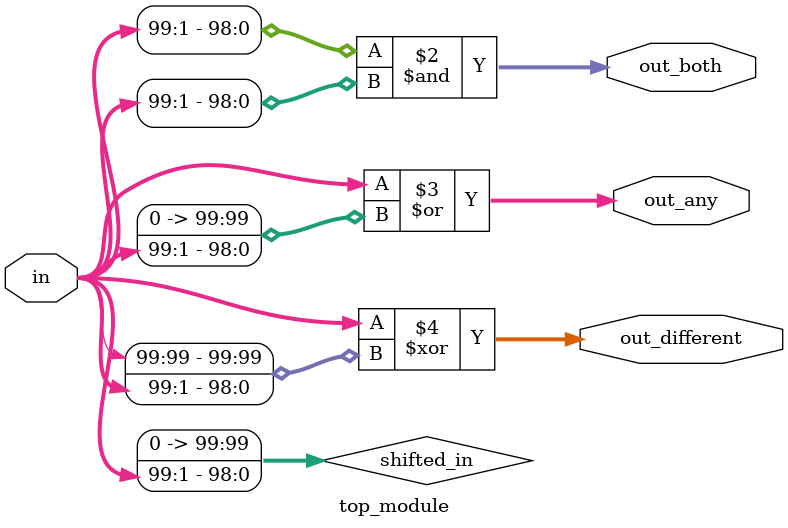
<source format=sv>
module top_module (
    input [99:0] in,
    output [98:0] out_both,
    output [99:0] out_any,
    output [99:0] out_different
);
    wire [99:0] shifted_in;

    assign shifted_in = in >> 1;

    assign out_both = in[99:1] & shifted_in[98:0];
    assign out_any = in | shifted_in;
    assign out_different = in ^ {in[99], shifted_in[98:0]};

endmodule

</source>
